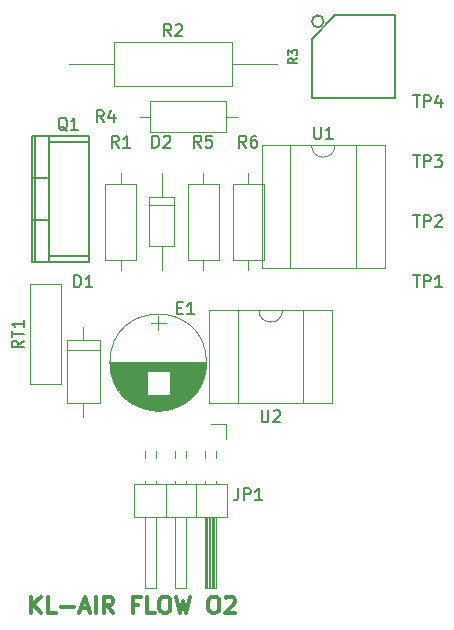
<source format=gbr>
G04 #@! TF.FileFunction,Legend,Top*
%FSLAX46Y46*%
G04 Gerber Fmt 4.6, Leading zero omitted, Abs format (unit mm)*
G04 Created by KiCad (PCBNEW 4.0.5) date 02/23/17 17:23:27*
%MOMM*%
%LPD*%
G01*
G04 APERTURE LIST*
%ADD10C,0.100000*%
%ADD11C,0.300000*%
%ADD12C,0.120000*%
%ADD13C,0.150000*%
%ADD14C,0.152400*%
G04 APERTURE END LIST*
D10*
D11*
X131481000Y-130935333D02*
X131481000Y-129535333D01*
X132281000Y-130935333D02*
X131681000Y-130135333D01*
X132281000Y-129535333D02*
X131481000Y-130335333D01*
X133547667Y-130935333D02*
X132881000Y-130935333D01*
X132881000Y-129535333D01*
X134014333Y-130402000D02*
X135081000Y-130402000D01*
X135681000Y-130535333D02*
X136347666Y-130535333D01*
X135547666Y-130935333D02*
X136014333Y-129535333D01*
X136481000Y-130935333D01*
X136947666Y-130935333D02*
X136947666Y-129535333D01*
X138414333Y-130935333D02*
X137947667Y-130268667D01*
X137614333Y-130935333D02*
X137614333Y-129535333D01*
X138147667Y-129535333D01*
X138281000Y-129602000D01*
X138347667Y-129668667D01*
X138414333Y-129802000D01*
X138414333Y-130002000D01*
X138347667Y-130135333D01*
X138281000Y-130202000D01*
X138147667Y-130268667D01*
X137614333Y-130268667D01*
X140547667Y-130202000D02*
X140081000Y-130202000D01*
X140081000Y-130935333D02*
X140081000Y-129535333D01*
X140747667Y-129535333D01*
X141947667Y-130935333D02*
X141281000Y-130935333D01*
X141281000Y-129535333D01*
X142681000Y-129535333D02*
X142947667Y-129535333D01*
X143081000Y-129602000D01*
X143214333Y-129735333D01*
X143281000Y-130002000D01*
X143281000Y-130468667D01*
X143214333Y-130735333D01*
X143081000Y-130868667D01*
X142947667Y-130935333D01*
X142681000Y-130935333D01*
X142547667Y-130868667D01*
X142414333Y-130735333D01*
X142347667Y-130468667D01*
X142347667Y-130002000D01*
X142414333Y-129735333D01*
X142547667Y-129602000D01*
X142681000Y-129535333D01*
X143747667Y-129535333D02*
X144081000Y-130935333D01*
X144347667Y-129935333D01*
X144614334Y-130935333D01*
X144947667Y-129535333D01*
X146814334Y-129535333D02*
X147081001Y-129535333D01*
X147214334Y-129602000D01*
X147347667Y-129735333D01*
X147414334Y-130002000D01*
X147414334Y-130468667D01*
X147347667Y-130735333D01*
X147214334Y-130868667D01*
X147081001Y-130935333D01*
X146814334Y-130935333D01*
X146681001Y-130868667D01*
X146547667Y-130735333D01*
X146481001Y-130468667D01*
X146481001Y-130002000D01*
X146547667Y-129735333D01*
X146681001Y-129602000D01*
X146814334Y-129535333D01*
X147947668Y-129668667D02*
X148014334Y-129602000D01*
X148147668Y-129535333D01*
X148481001Y-129535333D01*
X148614334Y-129602000D01*
X148681001Y-129668667D01*
X148747668Y-129802000D01*
X148747668Y-129935333D01*
X148681001Y-130135333D01*
X147881001Y-130935333D01*
X148747668Y-130935333D01*
D12*
X137300000Y-107830000D02*
X134480000Y-107830000D01*
X134480000Y-107830000D02*
X134480000Y-113150000D01*
X134480000Y-113150000D02*
X137300000Y-113150000D01*
X137300000Y-113150000D02*
X137300000Y-107830000D01*
X135890000Y-106690000D02*
X135890000Y-107830000D01*
X135890000Y-114290000D02*
X135890000Y-113150000D01*
X137300000Y-108670000D02*
X134480000Y-108670000D01*
X146330000Y-109700000D02*
G75*
G03X146330000Y-109700000I-4090000J0D01*
G01*
X146290000Y-109700000D02*
X138190000Y-109700000D01*
X146290000Y-109740000D02*
X138190000Y-109740000D01*
X146290000Y-109780000D02*
X138190000Y-109780000D01*
X146289000Y-109820000D02*
X138191000Y-109820000D01*
X146287000Y-109860000D02*
X138193000Y-109860000D01*
X146286000Y-109900000D02*
X138194000Y-109900000D01*
X146283000Y-109940000D02*
X138197000Y-109940000D01*
X146281000Y-109980000D02*
X138199000Y-109980000D01*
X146278000Y-110020000D02*
X138202000Y-110020000D01*
X146275000Y-110060000D02*
X138205000Y-110060000D01*
X146271000Y-110100000D02*
X138209000Y-110100000D01*
X146267000Y-110140000D02*
X138213000Y-110140000D01*
X146262000Y-110180000D02*
X138218000Y-110180000D01*
X146257000Y-110220000D02*
X138223000Y-110220000D01*
X146252000Y-110260000D02*
X138228000Y-110260000D01*
X146246000Y-110300000D02*
X138234000Y-110300000D01*
X146240000Y-110340000D02*
X138240000Y-110340000D01*
X146234000Y-110380000D02*
X138246000Y-110380000D01*
X146227000Y-110421000D02*
X138253000Y-110421000D01*
X146219000Y-110461000D02*
X138261000Y-110461000D01*
X146211000Y-110501000D02*
X143220000Y-110501000D01*
X141260000Y-110501000D02*
X138269000Y-110501000D01*
X146203000Y-110541000D02*
X143220000Y-110541000D01*
X141260000Y-110541000D02*
X138277000Y-110541000D01*
X146195000Y-110581000D02*
X143220000Y-110581000D01*
X141260000Y-110581000D02*
X138285000Y-110581000D01*
X146186000Y-110621000D02*
X143220000Y-110621000D01*
X141260000Y-110621000D02*
X138294000Y-110621000D01*
X146176000Y-110661000D02*
X143220000Y-110661000D01*
X141260000Y-110661000D02*
X138304000Y-110661000D01*
X146166000Y-110701000D02*
X143220000Y-110701000D01*
X141260000Y-110701000D02*
X138314000Y-110701000D01*
X146156000Y-110741000D02*
X143220000Y-110741000D01*
X141260000Y-110741000D02*
X138324000Y-110741000D01*
X146145000Y-110781000D02*
X143220000Y-110781000D01*
X141260000Y-110781000D02*
X138335000Y-110781000D01*
X146134000Y-110821000D02*
X143220000Y-110821000D01*
X141260000Y-110821000D02*
X138346000Y-110821000D01*
X146123000Y-110861000D02*
X143220000Y-110861000D01*
X141260000Y-110861000D02*
X138357000Y-110861000D01*
X146110000Y-110901000D02*
X143220000Y-110901000D01*
X141260000Y-110901000D02*
X138370000Y-110901000D01*
X146098000Y-110941000D02*
X143220000Y-110941000D01*
X141260000Y-110941000D02*
X138382000Y-110941000D01*
X146085000Y-110981000D02*
X143220000Y-110981000D01*
X141260000Y-110981000D02*
X138395000Y-110981000D01*
X146072000Y-111021000D02*
X143220000Y-111021000D01*
X141260000Y-111021000D02*
X138408000Y-111021000D01*
X146058000Y-111061000D02*
X143220000Y-111061000D01*
X141260000Y-111061000D02*
X138422000Y-111061000D01*
X146043000Y-111101000D02*
X143220000Y-111101000D01*
X141260000Y-111101000D02*
X138437000Y-111101000D01*
X146029000Y-111141000D02*
X143220000Y-111141000D01*
X141260000Y-111141000D02*
X138451000Y-111141000D01*
X146013000Y-111181000D02*
X143220000Y-111181000D01*
X141260000Y-111181000D02*
X138467000Y-111181000D01*
X145998000Y-111221000D02*
X143220000Y-111221000D01*
X141260000Y-111221000D02*
X138482000Y-111221000D01*
X145981000Y-111261000D02*
X143220000Y-111261000D01*
X141260000Y-111261000D02*
X138499000Y-111261000D01*
X145965000Y-111301000D02*
X143220000Y-111301000D01*
X141260000Y-111301000D02*
X138515000Y-111301000D01*
X145947000Y-111341000D02*
X143220000Y-111341000D01*
X141260000Y-111341000D02*
X138533000Y-111341000D01*
X145930000Y-111381000D02*
X143220000Y-111381000D01*
X141260000Y-111381000D02*
X138550000Y-111381000D01*
X145911000Y-111421000D02*
X143220000Y-111421000D01*
X141260000Y-111421000D02*
X138569000Y-111421000D01*
X145892000Y-111461000D02*
X143220000Y-111461000D01*
X141260000Y-111461000D02*
X138588000Y-111461000D01*
X145873000Y-111501000D02*
X143220000Y-111501000D01*
X141260000Y-111501000D02*
X138607000Y-111501000D01*
X145853000Y-111541000D02*
X143220000Y-111541000D01*
X141260000Y-111541000D02*
X138627000Y-111541000D01*
X145833000Y-111581000D02*
X143220000Y-111581000D01*
X141260000Y-111581000D02*
X138647000Y-111581000D01*
X145812000Y-111621000D02*
X143220000Y-111621000D01*
X141260000Y-111621000D02*
X138668000Y-111621000D01*
X145790000Y-111661000D02*
X143220000Y-111661000D01*
X141260000Y-111661000D02*
X138690000Y-111661000D01*
X145768000Y-111701000D02*
X143220000Y-111701000D01*
X141260000Y-111701000D02*
X138712000Y-111701000D01*
X145745000Y-111741000D02*
X143220000Y-111741000D01*
X141260000Y-111741000D02*
X138735000Y-111741000D01*
X145722000Y-111781000D02*
X143220000Y-111781000D01*
X141260000Y-111781000D02*
X138758000Y-111781000D01*
X145698000Y-111821000D02*
X143220000Y-111821000D01*
X141260000Y-111821000D02*
X138782000Y-111821000D01*
X145674000Y-111861000D02*
X143220000Y-111861000D01*
X141260000Y-111861000D02*
X138806000Y-111861000D01*
X145648000Y-111901000D02*
X143220000Y-111901000D01*
X141260000Y-111901000D02*
X138832000Y-111901000D01*
X145623000Y-111941000D02*
X143220000Y-111941000D01*
X141260000Y-111941000D02*
X138857000Y-111941000D01*
X145596000Y-111981000D02*
X143220000Y-111981000D01*
X141260000Y-111981000D02*
X138884000Y-111981000D01*
X145569000Y-112021000D02*
X143220000Y-112021000D01*
X141260000Y-112021000D02*
X138911000Y-112021000D01*
X145541000Y-112061000D02*
X143220000Y-112061000D01*
X141260000Y-112061000D02*
X138939000Y-112061000D01*
X145512000Y-112101000D02*
X143220000Y-112101000D01*
X141260000Y-112101000D02*
X138968000Y-112101000D01*
X145483000Y-112141000D02*
X143220000Y-112141000D01*
X141260000Y-112141000D02*
X138997000Y-112141000D01*
X145453000Y-112181000D02*
X143220000Y-112181000D01*
X141260000Y-112181000D02*
X139027000Y-112181000D01*
X145422000Y-112221000D02*
X143220000Y-112221000D01*
X141260000Y-112221000D02*
X139058000Y-112221000D01*
X145390000Y-112261000D02*
X143220000Y-112261000D01*
X141260000Y-112261000D02*
X139090000Y-112261000D01*
X145358000Y-112301000D02*
X143220000Y-112301000D01*
X141260000Y-112301000D02*
X139122000Y-112301000D01*
X145324000Y-112341000D02*
X143220000Y-112341000D01*
X141260000Y-112341000D02*
X139156000Y-112341000D01*
X145290000Y-112381000D02*
X143220000Y-112381000D01*
X141260000Y-112381000D02*
X139190000Y-112381000D01*
X145255000Y-112421000D02*
X143220000Y-112421000D01*
X141260000Y-112421000D02*
X139225000Y-112421000D01*
X145219000Y-112461000D02*
X139261000Y-112461000D01*
X145182000Y-112501000D02*
X139298000Y-112501000D01*
X145144000Y-112541000D02*
X139336000Y-112541000D01*
X145105000Y-112581000D02*
X139375000Y-112581000D01*
X145064000Y-112621000D02*
X139416000Y-112621000D01*
X145023000Y-112661000D02*
X139457000Y-112661000D01*
X144980000Y-112701000D02*
X139500000Y-112701000D01*
X144937000Y-112741000D02*
X139543000Y-112741000D01*
X144892000Y-112781000D02*
X139588000Y-112781000D01*
X144845000Y-112821000D02*
X139635000Y-112821000D01*
X144797000Y-112861000D02*
X139683000Y-112861000D01*
X144748000Y-112901000D02*
X139732000Y-112901000D01*
X144697000Y-112941000D02*
X139783000Y-112941000D01*
X144644000Y-112981000D02*
X139836000Y-112981000D01*
X144589000Y-113021000D02*
X139891000Y-113021000D01*
X144533000Y-113061000D02*
X139947000Y-113061000D01*
X144474000Y-113101000D02*
X140006000Y-113101000D01*
X144413000Y-113141000D02*
X140067000Y-113141000D01*
X144349000Y-113181000D02*
X140131000Y-113181000D01*
X144283000Y-113221000D02*
X140197000Y-113221000D01*
X144214000Y-113261000D02*
X140266000Y-113261000D01*
X144142000Y-113301000D02*
X140338000Y-113301000D01*
X144066000Y-113341000D02*
X140414000Y-113341000D01*
X143985000Y-113381000D02*
X140495000Y-113381000D01*
X143900000Y-113421000D02*
X140580000Y-113421000D01*
X143810000Y-113461000D02*
X140670000Y-113461000D01*
X143713000Y-113501000D02*
X140767000Y-113501000D01*
X143609000Y-113541000D02*
X140871000Y-113541000D01*
X143494000Y-113581000D02*
X140986000Y-113581000D01*
X143367000Y-113621000D02*
X141113000Y-113621000D01*
X143223000Y-113661000D02*
X141257000Y-113661000D01*
X143054000Y-113701000D02*
X141426000Y-113701000D01*
X142838000Y-113741000D02*
X141642000Y-113741000D01*
X142486000Y-113781000D02*
X141994000Y-113781000D01*
X142240000Y-105750000D02*
X142240000Y-106950000D01*
X142890000Y-106350000D02*
X141590000Y-106350000D01*
X148075000Y-120025000D02*
X145415000Y-120025000D01*
X145415000Y-120025000D02*
X145415000Y-122765000D01*
X145415000Y-122765000D02*
X148075000Y-122765000D01*
X148075000Y-122765000D02*
X148075000Y-120025000D01*
X147125000Y-122765000D02*
X146245000Y-122765000D01*
X146245000Y-122765000D02*
X146245000Y-128765000D01*
X146245000Y-128765000D02*
X147125000Y-128765000D01*
X147125000Y-128765000D02*
X147125000Y-122765000D01*
X147125000Y-119715000D02*
X147125000Y-120025000D01*
X146245000Y-119715000D02*
X146245000Y-120025000D01*
X147125000Y-117175000D02*
X147125000Y-117775000D01*
X146245000Y-117175000D02*
X146245000Y-117775000D01*
X147005000Y-122765000D02*
X147005000Y-128765000D01*
X146885000Y-122765000D02*
X146885000Y-128765000D01*
X146765000Y-122765000D02*
X146765000Y-128765000D01*
X146645000Y-122765000D02*
X146645000Y-128765000D01*
X146525000Y-122765000D02*
X146525000Y-128765000D01*
X146405000Y-122765000D02*
X146405000Y-128765000D01*
X146285000Y-122765000D02*
X146285000Y-128765000D01*
X145415000Y-120025000D02*
X142875000Y-120025000D01*
X142875000Y-120025000D02*
X142875000Y-122765000D01*
X142875000Y-122765000D02*
X145415000Y-122765000D01*
X145415000Y-122765000D02*
X145415000Y-120025000D01*
X144585000Y-122765000D02*
X143705000Y-122765000D01*
X143705000Y-122765000D02*
X143705000Y-128765000D01*
X143705000Y-128765000D02*
X144585000Y-128765000D01*
X144585000Y-128765000D02*
X144585000Y-122765000D01*
X144585000Y-119715000D02*
X144585000Y-120025000D01*
X143705000Y-119715000D02*
X143705000Y-120025000D01*
X144585000Y-117175000D02*
X144585000Y-117775000D01*
X143705000Y-117175000D02*
X143705000Y-117775000D01*
X142875000Y-120025000D02*
X140215000Y-120025000D01*
X140215000Y-120025000D02*
X140215000Y-122765000D01*
X140215000Y-122765000D02*
X142875000Y-122765000D01*
X142875000Y-122765000D02*
X142875000Y-120025000D01*
X142045000Y-122765000D02*
X141165000Y-122765000D01*
X141165000Y-122765000D02*
X141165000Y-128765000D01*
X141165000Y-128765000D02*
X142045000Y-128765000D01*
X142045000Y-128765000D02*
X142045000Y-122765000D01*
X142045000Y-119715000D02*
X142045000Y-120025000D01*
X141165000Y-119715000D02*
X141165000Y-120025000D01*
X142045000Y-117175000D02*
X142045000Y-117775000D01*
X141165000Y-117175000D02*
X141165000Y-117775000D01*
X146685000Y-114935000D02*
X147955000Y-114935000D01*
X147955000Y-114935000D02*
X147955000Y-116205000D01*
D13*
X132969000Y-91059000D02*
X136398000Y-91059000D01*
X132969000Y-100711000D02*
X136398000Y-100711000D01*
X131826000Y-90551000D02*
X131826000Y-101219000D01*
X132842000Y-94107000D02*
X131572000Y-94107000D01*
X132842000Y-97663000D02*
X131572000Y-97663000D01*
X132969000Y-101219000D02*
X132969000Y-90551000D01*
X136398000Y-90551000D02*
X136398000Y-101219000D01*
X131572000Y-101219000D02*
X136398000Y-101219000D01*
X131572000Y-90551000D02*
X136398000Y-90551000D01*
X131572000Y-90551000D02*
X131572000Y-101219000D01*
D12*
X140375000Y-94580000D02*
X137755000Y-94580000D01*
X137755000Y-94580000D02*
X137755000Y-101000000D01*
X137755000Y-101000000D02*
X140375000Y-101000000D01*
X140375000Y-101000000D02*
X140375000Y-94580000D01*
X139065000Y-93690000D02*
X139065000Y-94580000D01*
X139065000Y-101890000D02*
X139065000Y-101000000D01*
X141570000Y-87590000D02*
X141570000Y-90210000D01*
X141570000Y-90210000D02*
X147990000Y-90210000D01*
X147990000Y-90210000D02*
X147990000Y-87590000D01*
X147990000Y-87590000D02*
X141570000Y-87590000D01*
X140680000Y-88900000D02*
X141570000Y-88900000D01*
X148880000Y-88900000D02*
X147990000Y-88900000D01*
X147360000Y-94580000D02*
X144740000Y-94580000D01*
X144740000Y-94580000D02*
X144740000Y-101000000D01*
X144740000Y-101000000D02*
X147360000Y-101000000D01*
X147360000Y-101000000D02*
X147360000Y-94580000D01*
X146050000Y-93690000D02*
X146050000Y-94580000D01*
X146050000Y-101890000D02*
X146050000Y-101000000D01*
X151170000Y-94580000D02*
X148550000Y-94580000D01*
X148550000Y-94580000D02*
X148550000Y-101000000D01*
X148550000Y-101000000D02*
X151170000Y-101000000D01*
X151170000Y-101000000D02*
X151170000Y-94580000D01*
X149860000Y-93690000D02*
X149860000Y-94580000D01*
X149860000Y-101890000D02*
X149860000Y-101000000D01*
X157210000Y-91320000D02*
G75*
G02X155210000Y-91320000I-1000000J0D01*
G01*
X155210000Y-91320000D02*
X153440000Y-91320000D01*
X153440000Y-91320000D02*
X153440000Y-101720000D01*
X153440000Y-101720000D02*
X158980000Y-101720000D01*
X158980000Y-101720000D02*
X158980000Y-91320000D01*
X158980000Y-91320000D02*
X157210000Y-91320000D01*
X151010000Y-91320000D02*
X151010000Y-101720000D01*
X151010000Y-101720000D02*
X161410000Y-101720000D01*
X161410000Y-101720000D02*
X161410000Y-91320000D01*
X161410000Y-91320000D02*
X151010000Y-91320000D01*
X152765000Y-105290000D02*
G75*
G02X150765000Y-105290000I-1000000J0D01*
G01*
X150765000Y-105290000D02*
X148995000Y-105290000D01*
X148995000Y-105290000D02*
X148995000Y-113150000D01*
X148995000Y-113150000D02*
X154535000Y-113150000D01*
X154535000Y-113150000D02*
X154535000Y-105290000D01*
X154535000Y-105290000D02*
X152765000Y-105290000D01*
X146565000Y-105290000D02*
X146565000Y-113150000D01*
X146565000Y-113150000D02*
X156965000Y-113150000D01*
X156965000Y-113150000D02*
X156965000Y-105290000D01*
X156965000Y-105290000D02*
X146565000Y-105290000D01*
X143617500Y-95730000D02*
X141497500Y-95730000D01*
X141497500Y-95730000D02*
X141497500Y-99850000D01*
X141497500Y-99850000D02*
X143617500Y-99850000D01*
X143617500Y-99850000D02*
X143617500Y-95730000D01*
X142557500Y-93690000D02*
X142557500Y-95730000D01*
X142557500Y-101890000D02*
X142557500Y-99850000D01*
X143617500Y-96390000D02*
X141497500Y-96390000D01*
X138500000Y-82595000D02*
X138500000Y-86315000D01*
X138500000Y-86315000D02*
X148520000Y-86315000D01*
X148520000Y-86315000D02*
X148520000Y-82595000D01*
X148520000Y-82595000D02*
X138500000Y-82595000D01*
X134730000Y-84455000D02*
X138500000Y-84455000D01*
X152290000Y-84455000D02*
X148520000Y-84455000D01*
X131385000Y-111565000D02*
X131385000Y-103065000D01*
X134045000Y-111565000D02*
X134045000Y-103065000D01*
X131385000Y-111565000D02*
X134045000Y-111565000D01*
X131385000Y-103065000D02*
X134045000Y-103065000D01*
D13*
X157250000Y-80320000D02*
X162250000Y-80320000D01*
X155250000Y-82320000D02*
X155250000Y-87320000D01*
X157250000Y-80320000D02*
X155250000Y-82320000D01*
X156250000Y-80820000D02*
G75*
G03X156250000Y-80820000I-500000J0D01*
G01*
X162250000Y-80320000D02*
X162250000Y-87320000D01*
X162250000Y-87320000D02*
X155250000Y-87320000D01*
X135151905Y-103322381D02*
X135151905Y-102322381D01*
X135390000Y-102322381D01*
X135532858Y-102370000D01*
X135628096Y-102465238D01*
X135675715Y-102560476D01*
X135723334Y-102750952D01*
X135723334Y-102893810D01*
X135675715Y-103084286D01*
X135628096Y-103179524D01*
X135532858Y-103274762D01*
X135390000Y-103322381D01*
X135151905Y-103322381D01*
X136675715Y-103322381D02*
X136104286Y-103322381D01*
X136390000Y-103322381D02*
X136390000Y-102322381D01*
X136294762Y-102465238D01*
X136199524Y-102560476D01*
X136104286Y-102608095D01*
X143835524Y-105084571D02*
X144168858Y-105084571D01*
X144311715Y-105608381D02*
X143835524Y-105608381D01*
X143835524Y-104608381D01*
X144311715Y-104608381D01*
X145264096Y-105608381D02*
X144692667Y-105608381D01*
X144978381Y-105608381D02*
X144978381Y-104608381D01*
X144883143Y-104751238D01*
X144787905Y-104846476D01*
X144692667Y-104894095D01*
X149026667Y-120356381D02*
X149026667Y-121070667D01*
X148979047Y-121213524D01*
X148883809Y-121308762D01*
X148740952Y-121356381D01*
X148645714Y-121356381D01*
X149502857Y-121356381D02*
X149502857Y-120356381D01*
X149883810Y-120356381D01*
X149979048Y-120404000D01*
X150026667Y-120451619D01*
X150074286Y-120546857D01*
X150074286Y-120689714D01*
X150026667Y-120784952D01*
X149979048Y-120832571D01*
X149883810Y-120880190D01*
X149502857Y-120880190D01*
X151026667Y-121356381D02*
X150455238Y-121356381D01*
X150740952Y-121356381D02*
X150740952Y-120356381D01*
X150645714Y-120499238D01*
X150550476Y-120594476D01*
X150455238Y-120642095D01*
X134524762Y-90082619D02*
X134429524Y-90035000D01*
X134334286Y-89939762D01*
X134191429Y-89796905D01*
X134096190Y-89749286D01*
X134000952Y-89749286D01*
X134048571Y-89987381D02*
X133953333Y-89939762D01*
X133858095Y-89844524D01*
X133810476Y-89654048D01*
X133810476Y-89320714D01*
X133858095Y-89130238D01*
X133953333Y-89035000D01*
X134048571Y-88987381D01*
X134239048Y-88987381D01*
X134334286Y-89035000D01*
X134429524Y-89130238D01*
X134477143Y-89320714D01*
X134477143Y-89654048D01*
X134429524Y-89844524D01*
X134334286Y-89939762D01*
X134239048Y-89987381D01*
X134048571Y-89987381D01*
X135429524Y-89987381D02*
X134858095Y-89987381D01*
X135143809Y-89987381D02*
X135143809Y-88987381D01*
X135048571Y-89130238D01*
X134953333Y-89225476D01*
X134858095Y-89273095D01*
X138898334Y-91511381D02*
X138565000Y-91035190D01*
X138326905Y-91511381D02*
X138326905Y-90511381D01*
X138707858Y-90511381D01*
X138803096Y-90559000D01*
X138850715Y-90606619D01*
X138898334Y-90701857D01*
X138898334Y-90844714D01*
X138850715Y-90939952D01*
X138803096Y-90987571D01*
X138707858Y-91035190D01*
X138326905Y-91035190D01*
X139850715Y-91511381D02*
X139279286Y-91511381D01*
X139565000Y-91511381D02*
X139565000Y-90511381D01*
X139469762Y-90654238D01*
X139374524Y-90749476D01*
X139279286Y-90797095D01*
X137628334Y-89352381D02*
X137295000Y-88876190D01*
X137056905Y-89352381D02*
X137056905Y-88352381D01*
X137437858Y-88352381D01*
X137533096Y-88400000D01*
X137580715Y-88447619D01*
X137628334Y-88542857D01*
X137628334Y-88685714D01*
X137580715Y-88780952D01*
X137533096Y-88828571D01*
X137437858Y-88876190D01*
X137056905Y-88876190D01*
X138485477Y-88685714D02*
X138485477Y-89352381D01*
X138247381Y-88304762D02*
X138009286Y-89019048D01*
X138628334Y-89019048D01*
X145883334Y-91511381D02*
X145550000Y-91035190D01*
X145311905Y-91511381D02*
X145311905Y-90511381D01*
X145692858Y-90511381D01*
X145788096Y-90559000D01*
X145835715Y-90606619D01*
X145883334Y-90701857D01*
X145883334Y-90844714D01*
X145835715Y-90939952D01*
X145788096Y-90987571D01*
X145692858Y-91035190D01*
X145311905Y-91035190D01*
X146788096Y-90511381D02*
X146311905Y-90511381D01*
X146264286Y-90987571D01*
X146311905Y-90939952D01*
X146407143Y-90892333D01*
X146645239Y-90892333D01*
X146740477Y-90939952D01*
X146788096Y-90987571D01*
X146835715Y-91082810D01*
X146835715Y-91320905D01*
X146788096Y-91416143D01*
X146740477Y-91463762D01*
X146645239Y-91511381D01*
X146407143Y-91511381D01*
X146311905Y-91463762D01*
X146264286Y-91416143D01*
X149693334Y-91511381D02*
X149360000Y-91035190D01*
X149121905Y-91511381D02*
X149121905Y-90511381D01*
X149502858Y-90511381D01*
X149598096Y-90559000D01*
X149645715Y-90606619D01*
X149693334Y-90701857D01*
X149693334Y-90844714D01*
X149645715Y-90939952D01*
X149598096Y-90987571D01*
X149502858Y-91035190D01*
X149121905Y-91035190D01*
X150550477Y-90511381D02*
X150360000Y-90511381D01*
X150264762Y-90559000D01*
X150217143Y-90606619D01*
X150121905Y-90749476D01*
X150074286Y-90939952D01*
X150074286Y-91320905D01*
X150121905Y-91416143D01*
X150169524Y-91463762D01*
X150264762Y-91511381D01*
X150455239Y-91511381D01*
X150550477Y-91463762D01*
X150598096Y-91416143D01*
X150645715Y-91320905D01*
X150645715Y-91082810D01*
X150598096Y-90987571D01*
X150550477Y-90939952D01*
X150455239Y-90892333D01*
X150264762Y-90892333D01*
X150169524Y-90939952D01*
X150121905Y-90987571D01*
X150074286Y-91082810D01*
X155448095Y-89772381D02*
X155448095Y-90581905D01*
X155495714Y-90677143D01*
X155543333Y-90724762D01*
X155638571Y-90772381D01*
X155829048Y-90772381D01*
X155924286Y-90724762D01*
X155971905Y-90677143D01*
X156019524Y-90581905D01*
X156019524Y-89772381D01*
X157019524Y-90772381D02*
X156448095Y-90772381D01*
X156733809Y-90772381D02*
X156733809Y-89772381D01*
X156638571Y-89915238D01*
X156543333Y-90010476D01*
X156448095Y-90058095D01*
X151003095Y-113752381D02*
X151003095Y-114561905D01*
X151050714Y-114657143D01*
X151098333Y-114704762D01*
X151193571Y-114752381D01*
X151384048Y-114752381D01*
X151479286Y-114704762D01*
X151526905Y-114657143D01*
X151574524Y-114561905D01*
X151574524Y-113752381D01*
X152003095Y-113847619D02*
X152050714Y-113800000D01*
X152145952Y-113752381D01*
X152384048Y-113752381D01*
X152479286Y-113800000D01*
X152526905Y-113847619D01*
X152574524Y-113942857D01*
X152574524Y-114038095D01*
X152526905Y-114180952D01*
X151955476Y-114752381D01*
X152574524Y-114752381D01*
X141755905Y-91511381D02*
X141755905Y-90511381D01*
X141994000Y-90511381D01*
X142136858Y-90559000D01*
X142232096Y-90654238D01*
X142279715Y-90749476D01*
X142327334Y-90939952D01*
X142327334Y-91082810D01*
X142279715Y-91273286D01*
X142232096Y-91368524D01*
X142136858Y-91463762D01*
X141994000Y-91511381D01*
X141755905Y-91511381D01*
X142708286Y-90606619D02*
X142755905Y-90559000D01*
X142851143Y-90511381D01*
X143089239Y-90511381D01*
X143184477Y-90559000D01*
X143232096Y-90606619D01*
X143279715Y-90701857D01*
X143279715Y-90797095D01*
X143232096Y-90939952D01*
X142660667Y-91511381D01*
X143279715Y-91511381D01*
X143343334Y-82047381D02*
X143010000Y-81571190D01*
X142771905Y-82047381D02*
X142771905Y-81047381D01*
X143152858Y-81047381D01*
X143248096Y-81095000D01*
X143295715Y-81142619D01*
X143343334Y-81237857D01*
X143343334Y-81380714D01*
X143295715Y-81475952D01*
X143248096Y-81523571D01*
X143152858Y-81571190D01*
X142771905Y-81571190D01*
X143724286Y-81142619D02*
X143771905Y-81095000D01*
X143867143Y-81047381D01*
X144105239Y-81047381D01*
X144200477Y-81095000D01*
X144248096Y-81142619D01*
X144295715Y-81237857D01*
X144295715Y-81333095D01*
X144248096Y-81475952D01*
X143676667Y-82047381D01*
X144295715Y-82047381D01*
X163838095Y-102322381D02*
X164409524Y-102322381D01*
X164123809Y-103322381D02*
X164123809Y-102322381D01*
X164742857Y-103322381D02*
X164742857Y-102322381D01*
X165123810Y-102322381D01*
X165219048Y-102370000D01*
X165266667Y-102417619D01*
X165314286Y-102512857D01*
X165314286Y-102655714D01*
X165266667Y-102750952D01*
X165219048Y-102798571D01*
X165123810Y-102846190D01*
X164742857Y-102846190D01*
X166266667Y-103322381D02*
X165695238Y-103322381D01*
X165980952Y-103322381D02*
X165980952Y-102322381D01*
X165885714Y-102465238D01*
X165790476Y-102560476D01*
X165695238Y-102608095D01*
X163838095Y-97242381D02*
X164409524Y-97242381D01*
X164123809Y-98242381D02*
X164123809Y-97242381D01*
X164742857Y-98242381D02*
X164742857Y-97242381D01*
X165123810Y-97242381D01*
X165219048Y-97290000D01*
X165266667Y-97337619D01*
X165314286Y-97432857D01*
X165314286Y-97575714D01*
X165266667Y-97670952D01*
X165219048Y-97718571D01*
X165123810Y-97766190D01*
X164742857Y-97766190D01*
X165695238Y-97337619D02*
X165742857Y-97290000D01*
X165838095Y-97242381D01*
X166076191Y-97242381D01*
X166171429Y-97290000D01*
X166219048Y-97337619D01*
X166266667Y-97432857D01*
X166266667Y-97528095D01*
X166219048Y-97670952D01*
X165647619Y-98242381D01*
X166266667Y-98242381D01*
X163838095Y-92162381D02*
X164409524Y-92162381D01*
X164123809Y-93162381D02*
X164123809Y-92162381D01*
X164742857Y-93162381D02*
X164742857Y-92162381D01*
X165123810Y-92162381D01*
X165219048Y-92210000D01*
X165266667Y-92257619D01*
X165314286Y-92352857D01*
X165314286Y-92495714D01*
X165266667Y-92590952D01*
X165219048Y-92638571D01*
X165123810Y-92686190D01*
X164742857Y-92686190D01*
X165647619Y-92162381D02*
X166266667Y-92162381D01*
X165933333Y-92543333D01*
X166076191Y-92543333D01*
X166171429Y-92590952D01*
X166219048Y-92638571D01*
X166266667Y-92733810D01*
X166266667Y-92971905D01*
X166219048Y-93067143D01*
X166171429Y-93114762D01*
X166076191Y-93162381D01*
X165790476Y-93162381D01*
X165695238Y-93114762D01*
X165647619Y-93067143D01*
X163838095Y-87082381D02*
X164409524Y-87082381D01*
X164123809Y-88082381D02*
X164123809Y-87082381D01*
X164742857Y-88082381D02*
X164742857Y-87082381D01*
X165123810Y-87082381D01*
X165219048Y-87130000D01*
X165266667Y-87177619D01*
X165314286Y-87272857D01*
X165314286Y-87415714D01*
X165266667Y-87510952D01*
X165219048Y-87558571D01*
X165123810Y-87606190D01*
X164742857Y-87606190D01*
X166171429Y-87415714D02*
X166171429Y-88082381D01*
X165933333Y-87034762D02*
X165695238Y-87749048D01*
X166314286Y-87749048D01*
X130837381Y-107862619D02*
X130361190Y-108195953D01*
X130837381Y-108434048D02*
X129837381Y-108434048D01*
X129837381Y-108053095D01*
X129885000Y-107957857D01*
X129932619Y-107910238D01*
X130027857Y-107862619D01*
X130170714Y-107862619D01*
X130265952Y-107910238D01*
X130313571Y-107957857D01*
X130361190Y-108053095D01*
X130361190Y-108434048D01*
X129837381Y-107576905D02*
X129837381Y-107005476D01*
X130837381Y-107291191D02*
X129837381Y-107291191D01*
X130837381Y-106148333D02*
X130837381Y-106719762D01*
X130837381Y-106434048D02*
X129837381Y-106434048D01*
X129980238Y-106529286D01*
X130075476Y-106624524D01*
X130123095Y-106719762D01*
D14*
X154014714Y-83947000D02*
X153651857Y-84201000D01*
X154014714Y-84382428D02*
X153252714Y-84382428D01*
X153252714Y-84092143D01*
X153289000Y-84019571D01*
X153325286Y-83983286D01*
X153397857Y-83947000D01*
X153506714Y-83947000D01*
X153579286Y-83983286D01*
X153615571Y-84019571D01*
X153651857Y-84092143D01*
X153651857Y-84382428D01*
X153252714Y-83693000D02*
X153252714Y-83221286D01*
X153543000Y-83475286D01*
X153543000Y-83366428D01*
X153579286Y-83293857D01*
X153615571Y-83257571D01*
X153688143Y-83221286D01*
X153869571Y-83221286D01*
X153942143Y-83257571D01*
X153978429Y-83293857D01*
X154014714Y-83366428D01*
X154014714Y-83584143D01*
X153978429Y-83656714D01*
X153942143Y-83693000D01*
M02*

</source>
